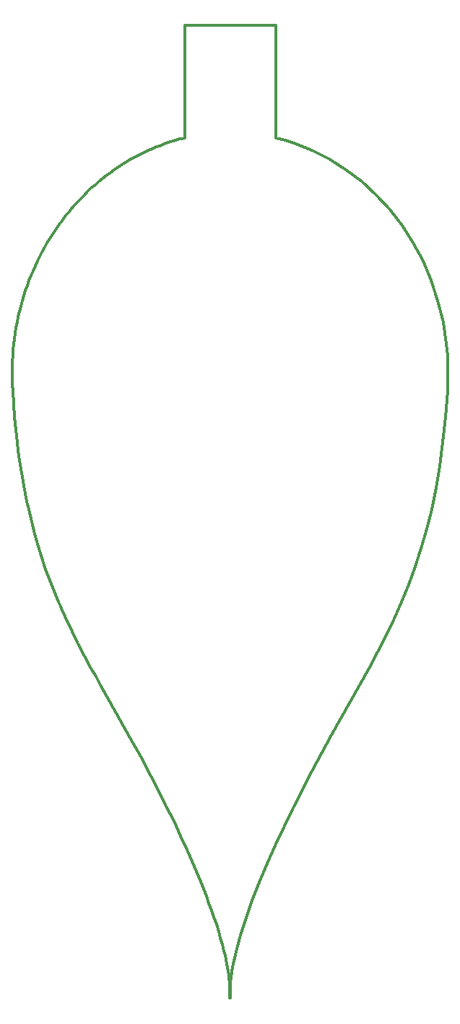
<source format=gbr>
%TF.GenerationSoftware,KiCad,Pcbnew,9.0.6*%
%TF.CreationDate,2025-12-02T17:46:32-08:00*%
%TF.ProjectId,xmas advent 2025,786d6173-2061-4647-9665-6e7420323032,rev?*%
%TF.SameCoordinates,Original*%
%TF.FileFunction,Profile,NP*%
%FSLAX46Y46*%
G04 Gerber Fmt 4.6, Leading zero omitted, Abs format (unit mm)*
G04 Created by KiCad (PCBNEW 9.0.6) date 2025-12-02 17:46:32*
%MOMM*%
%LPD*%
G01*
G04 APERTURE LIST*
%TA.AperFunction,Profile*%
%ADD10C,0.301012*%
%TD*%
G04 APERTURE END LIST*
D10*
X101586640Y-56122095D02*
X102683666Y-56413527D01*
X103764475Y-56756982D01*
X105871875Y-57595514D01*
X107897712Y-58628795D01*
X109830855Y-59847929D01*
X111660173Y-61244019D01*
X113374539Y-62808170D01*
X114962821Y-64531483D01*
X116413889Y-66405065D01*
X117716615Y-68420017D01*
X118859867Y-70567445D01*
X119832517Y-72838451D01*
X120623434Y-75224139D01*
X120947264Y-76457209D01*
X121221488Y-77715613D01*
X121444714Y-78998240D01*
X121615550Y-80303977D01*
X121732606Y-81631712D01*
X121794490Y-82980334D01*
X121799811Y-84348730D01*
X121747178Y-85735788D01*
X121520684Y-88846239D01*
X121219606Y-91774863D01*
X120846006Y-94536886D01*
X120401948Y-97147534D01*
X119889496Y-99622032D01*
X119310714Y-101975605D01*
X118667666Y-104223479D01*
X117962414Y-106380878D01*
X117197024Y-108463029D01*
X116373558Y-110485157D01*
X115494081Y-112462487D01*
X114560656Y-114410244D01*
X113575346Y-116343654D01*
X112540217Y-118277942D01*
X110328751Y-122210054D01*
X108128318Y-126106407D01*
X105870847Y-130273299D01*
X103649054Y-134604508D01*
X101555655Y-138993812D01*
X100586077Y-141177056D01*
X99683365Y-143334989D01*
X98859109Y-145454335D01*
X98124900Y-147521816D01*
X97492325Y-149524154D01*
X96972975Y-151448071D01*
X96578438Y-153280290D01*
X96320305Y-155007532D01*
X96320305Y-156928339D01*
X96318794Y-156791036D01*
X96314580Y-156651529D01*
X96308142Y-156510204D01*
X96299957Y-156367450D01*
X96259324Y-155789911D01*
X96218688Y-156367450D01*
X96210504Y-156510204D01*
X96204066Y-156651529D01*
X96199852Y-156791036D01*
X96198342Y-156928339D01*
X96198342Y-155007532D01*
X96151309Y-154608254D01*
X96097676Y-154203705D01*
X96035980Y-153792824D01*
X95964760Y-153374552D01*
X95873386Y-152893269D01*
X95772318Y-152404617D01*
X95661795Y-151908844D01*
X95542054Y-151406198D01*
X95345655Y-150639896D01*
X95129782Y-149859594D01*
X94895187Y-149066167D01*
X94642624Y-148260486D01*
X94372847Y-147443425D01*
X94086608Y-146615857D01*
X93784661Y-145778653D01*
X93467759Y-144932687D01*
X92792169Y-143217963D01*
X92065972Y-141478636D01*
X91295257Y-139721671D01*
X90486113Y-137954031D01*
X89644628Y-136182678D01*
X88776893Y-134414576D01*
X87888994Y-132656689D01*
X86987023Y-130915979D01*
X85772999Y-128633790D01*
X84559174Y-126411045D01*
X83359992Y-124264285D01*
X82189896Y-122210054D01*
X81061433Y-120228360D01*
X80514229Y-119250216D01*
X79978661Y-118277994D01*
X79197650Y-116826566D01*
X78444283Y-115377734D01*
X77719520Y-113925115D01*
X77368166Y-113195391D01*
X77024323Y-112462328D01*
X76799386Y-111971391D01*
X76577940Y-111478403D01*
X76359931Y-110983092D01*
X76145302Y-110485185D01*
X75623936Y-109227584D01*
X75124943Y-107948780D01*
X74648833Y-106645051D01*
X74196110Y-105312677D01*
X73767283Y-103947935D01*
X73362858Y-102547102D01*
X72983342Y-101106457D01*
X72629242Y-99622278D01*
X72429188Y-98709314D01*
X72238566Y-97778513D01*
X72057488Y-96829081D01*
X71886062Y-95860225D01*
X71724400Y-94871151D01*
X71572610Y-93861068D01*
X71430803Y-92829181D01*
X71299088Y-91774698D01*
X71139348Y-90332190D01*
X70997988Y-88846158D01*
X70875273Y-87314668D01*
X70771469Y-85735788D01*
X70737788Y-85040007D01*
X70718724Y-84348765D01*
X70714148Y-83662188D01*
X70723931Y-82980402D01*
X70747893Y-82303546D01*
X70785829Y-81631769D01*
X70837562Y-80965209D01*
X70902915Y-80304008D01*
X70981714Y-79648307D01*
X71073782Y-78998246D01*
X71178943Y-78353966D01*
X71297020Y-77715608D01*
X71427850Y-77083306D01*
X71571261Y-76457195D01*
X71727077Y-75837413D01*
X71895123Y-75224103D01*
X72075222Y-74617405D01*
X72267199Y-74017459D01*
X72470877Y-73424405D01*
X72686081Y-72838384D01*
X72912653Y-72259540D01*
X73150426Y-71688007D01*
X73399221Y-71123925D01*
X73658858Y-70567429D01*
X73929157Y-70018656D01*
X74209939Y-69477744D01*
X74501023Y-68944830D01*
X74802231Y-68420049D01*
X74956583Y-68160758D01*
X75113406Y-67903559D01*
X75272679Y-67648470D01*
X75434379Y-67395504D01*
X75598483Y-67144677D01*
X75764969Y-66896005D01*
X75933815Y-66649504D01*
X76104996Y-66405187D01*
X76278497Y-66163067D01*
X76454294Y-65923159D01*
X76632365Y-65685485D01*
X76812688Y-65450066D01*
X76995242Y-65216927D01*
X77180005Y-64986088D01*
X77366955Y-64757571D01*
X77556069Y-64531400D01*
X77940709Y-64086152D01*
X78333752Y-63650456D01*
X78735023Y-63224445D01*
X79144348Y-62808250D01*
X79561553Y-62402002D01*
X79986465Y-62005834D01*
X80418909Y-61619876D01*
X80858712Y-61244261D01*
X81305681Y-60879131D01*
X81759632Y-60524634D01*
X82220400Y-60180914D01*
X82687821Y-59848111D01*
X83161731Y-59526369D01*
X83641965Y-59215828D01*
X84128360Y-58916631D01*
X84620751Y-58628919D01*
X84869159Y-58489401D01*
X85119021Y-58352788D01*
X85370306Y-58219101D01*
X85622983Y-58088366D01*
X85877021Y-57960604D01*
X86132389Y-57835838D01*
X86389055Y-57714092D01*
X86646988Y-57595388D01*
X86906180Y-57479754D01*
X87166621Y-57367203D01*
X87428291Y-57257747D01*
X87691170Y-57151393D01*
X87955236Y-57048151D01*
X88220469Y-56948032D01*
X88486847Y-56851044D01*
X88754349Y-56757196D01*
X89022950Y-56666507D01*
X89292615Y-56579002D01*
X89563327Y-56494704D01*
X89835069Y-56413635D01*
X90107824Y-56335817D01*
X90381576Y-56261272D01*
X90656306Y-56190024D01*
X90932000Y-56122095D01*
X90932000Y-42926000D01*
X101586640Y-42926000D01*
X101586640Y-56122095D01*
M02*

</source>
